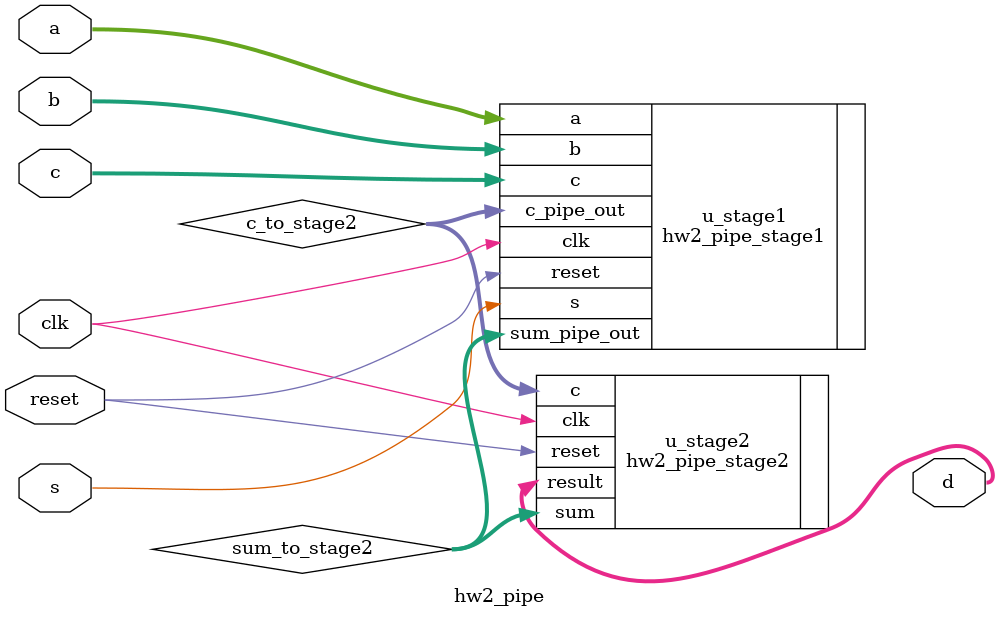
<source format=v>
module hw2_pipe (
	input[7:0] a, b, c, 
	input s, clk, reset, 
	output [15:0] d
);
	wire [8:0] sum_to_stage2;  
    wire [7:0] c_to_stage2; 

    //Stage 1 模組
    hw2_pipe_stage1 u_stage1 (
        .clk(clk),
        .reset(reset),
        .a(a), 
        .b(b),         
        .s(s),
        .c(c), 
        .sum_pipe_out(sum_to_stage2),
        .c_pipe_out(c_to_stage2)     
    );
    hw2_pipe_stage2 u_stage2 (
        .clk(clk),
        .reset(reset),
        .c(c_to_stage2),    
        .sum(sum_to_stage2),
        .result(d)                     
    );
endmodule
</source>
